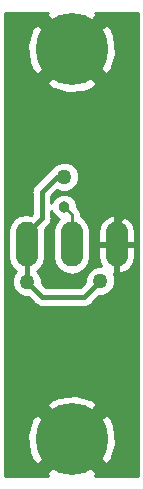
<source format=gbl>
G04 #@! TF.GenerationSoftware,KiCad,Pcbnew,5.0.0-fee4fd1~65~ubuntu17.10.1*
G04 #@! TF.CreationDate,2018-09-18T23:28:09-04:00*
G04 #@! TF.ProjectId,rgb-lamp,7267622D6C616D702E6B696361645F70,rev?*
G04 #@! TF.SameCoordinates,Original*
G04 #@! TF.FileFunction,Copper,L2,Bot,Signal*
G04 #@! TF.FilePolarity,Positive*
%FSLAX46Y46*%
G04 Gerber Fmt 4.6, Leading zero omitted, Abs format (unit mm)*
G04 Created by KiCad (PCBNEW 5.0.0-fee4fd1~65~ubuntu17.10.1) date Tue Sep 18 23:28:09 2018*
%MOMM*%
%LPD*%
G01*
G04 APERTURE LIST*
G04 #@! TA.AperFunction,SMDPad,CuDef*
%ADD10O,1.905000X3.810000*%
G04 #@! TD*
G04 #@! TA.AperFunction,ComponentPad*
%ADD11C,6.096000*%
G04 #@! TD*
G04 #@! TA.AperFunction,ViaPad*
%ADD12C,0.965200*%
G04 #@! TD*
G04 #@! TA.AperFunction,ViaPad*
%ADD13C,1.270000*%
G04 #@! TD*
G04 #@! TA.AperFunction,Conductor*
%ADD14C,0.254000*%
G04 #@! TD*
G04 #@! TA.AperFunction,Conductor*
%ADD15C,0.406400*%
G04 #@! TD*
%ADD16C,0.350000*%
G04 APERTURE END LIST*
D10*
G04 #@! TO.P,J1,1*
G04 #@! TO.N,GND*
X123190000Y-90170000D03*
G04 #@! TO.P,J1,2*
G04 #@! TO.N,Net-(J1-Pad2)*
X119380000Y-90170000D03*
G04 #@! TO.P,J1,3*
G04 #@! TO.N,+5V*
X115570000Y-90170000D03*
G04 #@! TD*
D11*
G04 #@! TO.P,H1,P*
G04 #@! TO.N,GND*
X119380000Y-106680000D03*
G04 #@! TD*
G04 #@! TO.P,H2,P*
G04 #@! TO.N,GND*
X119380000Y-73660000D03*
G04 #@! TD*
D12*
G04 #@! TO.N,Net-(J1-Pad2)*
X118745000Y-86995000D03*
D13*
G04 #@! TO.N,+5V*
X121830000Y-93255000D03*
X115570098Y-93345000D03*
X118745000Y-84455000D03*
G04 #@! TO.N,GND*
X119380000Y-93345000D03*
X114935000Y-86995000D03*
X114935000Y-79375000D03*
X114935000Y-85090000D03*
X114935000Y-83185000D03*
X114935000Y-81280000D03*
X124460000Y-106045000D03*
X124460000Y-104140000D03*
X124460000Y-102235000D03*
X124460000Y-100330000D03*
X124460000Y-98425000D03*
X114300000Y-106045000D03*
X114300000Y-104140000D03*
X114300000Y-102235000D03*
X114300000Y-100330000D03*
X114300000Y-98425000D03*
X118745000Y-79375000D03*
X120015000Y-79375000D03*
X118745000Y-81280000D03*
X120015000Y-81280000D03*
X118745000Y-100965000D03*
X118745000Y-99060000D03*
X118745000Y-97155000D03*
X120015000Y-97155000D03*
X120015000Y-100965000D03*
X120015000Y-99060000D03*
X124460000Y-85090000D03*
X124460000Y-79375000D03*
X124460000Y-81280000D03*
X124460000Y-83185000D03*
X124460000Y-86995000D03*
G04 #@! TD*
D14*
G04 #@! TO.N,Net-(J1-Pad2)*
X119380000Y-90170000D02*
X119380000Y-87630000D01*
X119380000Y-87630000D02*
X118745000Y-86995000D01*
D15*
G04 #@! TO.N,+5V*
X121830000Y-93255000D02*
X120470000Y-94615000D01*
X116840098Y-94615000D02*
X115570098Y-93345000D01*
X120470000Y-94615000D02*
X116840098Y-94615000D01*
X115570000Y-93344902D02*
X115570098Y-93345000D01*
X115570000Y-90170000D02*
X115570000Y-93344902D01*
X115570000Y-89217500D02*
X115570000Y-90170000D01*
X116840000Y-87947500D02*
X115570000Y-89217500D01*
X116840000Y-85725000D02*
X116840000Y-87947500D01*
X118110000Y-84455000D02*
X116840000Y-85725000D01*
X118745000Y-84455000D02*
X118110000Y-84455000D01*
G04 #@! TO.N,GND*
X121431862Y-86995000D02*
X121326176Y-87100686D01*
X114935000Y-85090000D02*
X114935000Y-86995000D01*
X114935000Y-81280000D02*
X114935000Y-79375000D01*
X114935000Y-81280000D02*
X114935000Y-83185000D01*
X124460000Y-104140000D02*
X124460000Y-106045000D01*
X124460000Y-100330000D02*
X124460000Y-102235000D01*
X114300000Y-102235000D02*
X114300000Y-104140000D01*
X114300000Y-98425000D02*
X114300000Y-100330000D01*
X120015000Y-79375000D02*
X118745000Y-79375000D01*
X119380000Y-79375000D02*
X118745000Y-79375000D01*
X124460000Y-81280000D02*
X120015000Y-81280000D01*
X118745000Y-97155000D02*
X118745000Y-99060000D01*
X120015000Y-99060000D02*
X120015000Y-97155000D01*
X120015000Y-99060000D02*
X120015000Y-100965000D01*
X123190000Y-97155000D02*
X124460000Y-98425000D01*
X123190000Y-90170000D02*
X123190000Y-97155000D01*
X124460000Y-85090000D02*
X124460000Y-83185000D01*
X124460000Y-81280000D02*
X124460000Y-79375000D01*
X123190000Y-90170000D02*
X123190000Y-88265000D01*
X123190000Y-88265000D02*
X124460000Y-86995000D01*
G04 #@! TD*
D14*
G04 #@! TO.N,GND*
G36*
X117221666Y-70783246D02*
X119380000Y-72941580D01*
X121538334Y-70783246D01*
X121340683Y-70560000D01*
X125020001Y-70560000D01*
X125020000Y-109780000D01*
X121340683Y-109780000D01*
X121538334Y-109556754D01*
X119380000Y-107398420D01*
X117221666Y-109556754D01*
X117419317Y-109780000D01*
X113740000Y-109780000D01*
X113740000Y-106305399D01*
X115643577Y-106305399D01*
X115784642Y-107763781D01*
X116071349Y-108455953D01*
X116503246Y-108838334D01*
X118661580Y-106680000D01*
X120098420Y-106680000D01*
X122256754Y-108838334D01*
X122688651Y-108455953D01*
X123116423Y-107054601D01*
X122975358Y-105596219D01*
X122688651Y-104904047D01*
X122256754Y-104521666D01*
X120098420Y-106680000D01*
X118661580Y-106680000D01*
X116503246Y-104521666D01*
X116071349Y-104904047D01*
X115643577Y-106305399D01*
X113740000Y-106305399D01*
X113740000Y-103803246D01*
X117221666Y-103803246D01*
X119380000Y-105961580D01*
X121538334Y-103803246D01*
X121155953Y-103371349D01*
X119754601Y-102943577D01*
X118296219Y-103084642D01*
X117604047Y-103371349D01*
X117221666Y-103803246D01*
X113740000Y-103803246D01*
X113740000Y-91278849D01*
X113982500Y-91278849D01*
X114074609Y-91741910D01*
X114425477Y-92267023D01*
X114681173Y-92437874D01*
X114493444Y-92625603D01*
X114300098Y-93092381D01*
X114300098Y-93597619D01*
X114493444Y-94064397D01*
X114850701Y-94421654D01*
X115317479Y-94615000D01*
X115654704Y-94615000D01*
X116189028Y-95149324D01*
X116235790Y-95219308D01*
X116305774Y-95266070D01*
X116305775Y-95266071D01*
X116419343Y-95341955D01*
X116513049Y-95404567D01*
X116757544Y-95453200D01*
X116757548Y-95453200D01*
X116840097Y-95469620D01*
X116922646Y-95453200D01*
X120387451Y-95453200D01*
X120470000Y-95469620D01*
X120552549Y-95453200D01*
X120552554Y-95453200D01*
X120797049Y-95404567D01*
X121074308Y-95219308D01*
X121121072Y-95149321D01*
X121745394Y-94525000D01*
X122082619Y-94525000D01*
X122549397Y-94331654D01*
X122906654Y-93974397D01*
X123100000Y-93507619D01*
X123100000Y-93002381D01*
X122936373Y-92607352D01*
X123063000Y-92545594D01*
X123063000Y-90297000D01*
X123317000Y-90297000D01*
X123317000Y-92545594D01*
X123562980Y-92665563D01*
X123680177Y-92637760D01*
X124222729Y-92334835D01*
X124608058Y-91847343D01*
X124777500Y-91249500D01*
X124777500Y-90297000D01*
X123317000Y-90297000D01*
X123063000Y-90297000D01*
X121602500Y-90297000D01*
X121602500Y-91249500D01*
X121771942Y-91847343D01*
X121880750Y-91985000D01*
X121577381Y-91985000D01*
X121110603Y-92178346D01*
X120753346Y-92535603D01*
X120560000Y-93002381D01*
X120560000Y-93339606D01*
X120122807Y-93776800D01*
X117187292Y-93776800D01*
X116840098Y-93429606D01*
X116840098Y-93092381D01*
X116646752Y-92625603D01*
X116458944Y-92437795D01*
X116714523Y-92267023D01*
X117065391Y-91741911D01*
X117157500Y-91278850D01*
X117157500Y-89061150D01*
X117116726Y-88856167D01*
X117374324Y-88598570D01*
X117444308Y-88551808D01*
X117629567Y-88274549D01*
X117678200Y-88030054D01*
X117678200Y-88030050D01*
X117694620Y-87947501D01*
X117678200Y-87864952D01*
X117678200Y-87339946D01*
X117797545Y-87628070D01*
X118111930Y-87942455D01*
X118308785Y-88023995D01*
X118235478Y-88072977D01*
X117884610Y-88598089D01*
X117792501Y-89061150D01*
X117792500Y-91278849D01*
X117884609Y-91741910D01*
X118235477Y-92267023D01*
X118760589Y-92617891D01*
X119380000Y-92741100D01*
X119999410Y-92617891D01*
X120524523Y-92267023D01*
X120875391Y-91741911D01*
X120967500Y-91278850D01*
X120967500Y-89090500D01*
X121602500Y-89090500D01*
X121602500Y-90043000D01*
X123063000Y-90043000D01*
X123063000Y-87794406D01*
X123317000Y-87794406D01*
X123317000Y-90043000D01*
X124777500Y-90043000D01*
X124777500Y-89090500D01*
X124608058Y-88492657D01*
X124222729Y-88005165D01*
X123680177Y-87702240D01*
X123562980Y-87674437D01*
X123317000Y-87794406D01*
X123063000Y-87794406D01*
X122817020Y-87674437D01*
X122699823Y-87702240D01*
X122157271Y-88005165D01*
X121771942Y-88492657D01*
X121602500Y-89090500D01*
X120967500Y-89090500D01*
X120967500Y-89061150D01*
X120875391Y-88598089D01*
X120524523Y-88072977D01*
X120142000Y-87817384D01*
X120142000Y-87705047D01*
X120156928Y-87630000D01*
X120099878Y-87343192D01*
X120097788Y-87332683D01*
X119929371Y-87080629D01*
X119865749Y-87038118D01*
X119862600Y-87034969D01*
X119862600Y-86772696D01*
X119692455Y-86361930D01*
X119378070Y-86047545D01*
X118967304Y-85877400D01*
X118522696Y-85877400D01*
X118111930Y-86047545D01*
X117797545Y-86361930D01*
X117678200Y-86650054D01*
X117678200Y-86072193D01*
X118162171Y-85588222D01*
X118492381Y-85725000D01*
X118997619Y-85725000D01*
X119464397Y-85531654D01*
X119821654Y-85174397D01*
X120015000Y-84707619D01*
X120015000Y-84202381D01*
X119821654Y-83735603D01*
X119464397Y-83378346D01*
X118997619Y-83185000D01*
X118492381Y-83185000D01*
X118025603Y-83378346D01*
X117668346Y-83735603D01*
X117664677Y-83744461D01*
X117575677Y-83803929D01*
X117575676Y-83803930D01*
X117505692Y-83850692D01*
X117458930Y-83920676D01*
X116305679Y-85073928D01*
X116235692Y-85120692D01*
X116050433Y-85397952D01*
X116001800Y-85642447D01*
X116001800Y-85642451D01*
X115985380Y-85725000D01*
X116001800Y-85807549D01*
X116001801Y-87600305D01*
X115931332Y-87670774D01*
X115570000Y-87598900D01*
X114950590Y-87722109D01*
X114425478Y-88072977D01*
X114074610Y-88598089D01*
X113982501Y-89061150D01*
X113982500Y-91278849D01*
X113740000Y-91278849D01*
X113740000Y-76536754D01*
X117221666Y-76536754D01*
X117604047Y-76968651D01*
X119005399Y-77396423D01*
X120463781Y-77255358D01*
X121155953Y-76968651D01*
X121538334Y-76536754D01*
X119380000Y-74378420D01*
X117221666Y-76536754D01*
X113740000Y-76536754D01*
X113740000Y-73285399D01*
X115643577Y-73285399D01*
X115784642Y-74743781D01*
X116071349Y-75435953D01*
X116503246Y-75818334D01*
X118661580Y-73660000D01*
X120098420Y-73660000D01*
X122256754Y-75818334D01*
X122688651Y-75435953D01*
X123116423Y-74034601D01*
X122975358Y-72576219D01*
X122688651Y-71884047D01*
X122256754Y-71501666D01*
X120098420Y-73660000D01*
X118661580Y-73660000D01*
X116503246Y-71501666D01*
X116071349Y-71884047D01*
X115643577Y-73285399D01*
X113740000Y-73285399D01*
X113740000Y-70560000D01*
X117419317Y-70560000D01*
X117221666Y-70783246D01*
X117221666Y-70783246D01*
G37*
X117221666Y-70783246D02*
X119380000Y-72941580D01*
X121538334Y-70783246D01*
X121340683Y-70560000D01*
X125020001Y-70560000D01*
X125020000Y-109780000D01*
X121340683Y-109780000D01*
X121538334Y-109556754D01*
X119380000Y-107398420D01*
X117221666Y-109556754D01*
X117419317Y-109780000D01*
X113740000Y-109780000D01*
X113740000Y-106305399D01*
X115643577Y-106305399D01*
X115784642Y-107763781D01*
X116071349Y-108455953D01*
X116503246Y-108838334D01*
X118661580Y-106680000D01*
X120098420Y-106680000D01*
X122256754Y-108838334D01*
X122688651Y-108455953D01*
X123116423Y-107054601D01*
X122975358Y-105596219D01*
X122688651Y-104904047D01*
X122256754Y-104521666D01*
X120098420Y-106680000D01*
X118661580Y-106680000D01*
X116503246Y-104521666D01*
X116071349Y-104904047D01*
X115643577Y-106305399D01*
X113740000Y-106305399D01*
X113740000Y-103803246D01*
X117221666Y-103803246D01*
X119380000Y-105961580D01*
X121538334Y-103803246D01*
X121155953Y-103371349D01*
X119754601Y-102943577D01*
X118296219Y-103084642D01*
X117604047Y-103371349D01*
X117221666Y-103803246D01*
X113740000Y-103803246D01*
X113740000Y-91278849D01*
X113982500Y-91278849D01*
X114074609Y-91741910D01*
X114425477Y-92267023D01*
X114681173Y-92437874D01*
X114493444Y-92625603D01*
X114300098Y-93092381D01*
X114300098Y-93597619D01*
X114493444Y-94064397D01*
X114850701Y-94421654D01*
X115317479Y-94615000D01*
X115654704Y-94615000D01*
X116189028Y-95149324D01*
X116235790Y-95219308D01*
X116305774Y-95266070D01*
X116305775Y-95266071D01*
X116419343Y-95341955D01*
X116513049Y-95404567D01*
X116757544Y-95453200D01*
X116757548Y-95453200D01*
X116840097Y-95469620D01*
X116922646Y-95453200D01*
X120387451Y-95453200D01*
X120470000Y-95469620D01*
X120552549Y-95453200D01*
X120552554Y-95453200D01*
X120797049Y-95404567D01*
X121074308Y-95219308D01*
X121121072Y-95149321D01*
X121745394Y-94525000D01*
X122082619Y-94525000D01*
X122549397Y-94331654D01*
X122906654Y-93974397D01*
X123100000Y-93507619D01*
X123100000Y-93002381D01*
X122936373Y-92607352D01*
X123063000Y-92545594D01*
X123063000Y-90297000D01*
X123317000Y-90297000D01*
X123317000Y-92545594D01*
X123562980Y-92665563D01*
X123680177Y-92637760D01*
X124222729Y-92334835D01*
X124608058Y-91847343D01*
X124777500Y-91249500D01*
X124777500Y-90297000D01*
X123317000Y-90297000D01*
X123063000Y-90297000D01*
X121602500Y-90297000D01*
X121602500Y-91249500D01*
X121771942Y-91847343D01*
X121880750Y-91985000D01*
X121577381Y-91985000D01*
X121110603Y-92178346D01*
X120753346Y-92535603D01*
X120560000Y-93002381D01*
X120560000Y-93339606D01*
X120122807Y-93776800D01*
X117187292Y-93776800D01*
X116840098Y-93429606D01*
X116840098Y-93092381D01*
X116646752Y-92625603D01*
X116458944Y-92437795D01*
X116714523Y-92267023D01*
X117065391Y-91741911D01*
X117157500Y-91278850D01*
X117157500Y-89061150D01*
X117116726Y-88856167D01*
X117374324Y-88598570D01*
X117444308Y-88551808D01*
X117629567Y-88274549D01*
X117678200Y-88030054D01*
X117678200Y-88030050D01*
X117694620Y-87947501D01*
X117678200Y-87864952D01*
X117678200Y-87339946D01*
X117797545Y-87628070D01*
X118111930Y-87942455D01*
X118308785Y-88023995D01*
X118235478Y-88072977D01*
X117884610Y-88598089D01*
X117792501Y-89061150D01*
X117792500Y-91278849D01*
X117884609Y-91741910D01*
X118235477Y-92267023D01*
X118760589Y-92617891D01*
X119380000Y-92741100D01*
X119999410Y-92617891D01*
X120524523Y-92267023D01*
X120875391Y-91741911D01*
X120967500Y-91278850D01*
X120967500Y-89090500D01*
X121602500Y-89090500D01*
X121602500Y-90043000D01*
X123063000Y-90043000D01*
X123063000Y-87794406D01*
X123317000Y-87794406D01*
X123317000Y-90043000D01*
X124777500Y-90043000D01*
X124777500Y-89090500D01*
X124608058Y-88492657D01*
X124222729Y-88005165D01*
X123680177Y-87702240D01*
X123562980Y-87674437D01*
X123317000Y-87794406D01*
X123063000Y-87794406D01*
X122817020Y-87674437D01*
X122699823Y-87702240D01*
X122157271Y-88005165D01*
X121771942Y-88492657D01*
X121602500Y-89090500D01*
X120967500Y-89090500D01*
X120967500Y-89061150D01*
X120875391Y-88598089D01*
X120524523Y-88072977D01*
X120142000Y-87817384D01*
X120142000Y-87705047D01*
X120156928Y-87630000D01*
X120099878Y-87343192D01*
X120097788Y-87332683D01*
X119929371Y-87080629D01*
X119865749Y-87038118D01*
X119862600Y-87034969D01*
X119862600Y-86772696D01*
X119692455Y-86361930D01*
X119378070Y-86047545D01*
X118967304Y-85877400D01*
X118522696Y-85877400D01*
X118111930Y-86047545D01*
X117797545Y-86361930D01*
X117678200Y-86650054D01*
X117678200Y-86072193D01*
X118162171Y-85588222D01*
X118492381Y-85725000D01*
X118997619Y-85725000D01*
X119464397Y-85531654D01*
X119821654Y-85174397D01*
X120015000Y-84707619D01*
X120015000Y-84202381D01*
X119821654Y-83735603D01*
X119464397Y-83378346D01*
X118997619Y-83185000D01*
X118492381Y-83185000D01*
X118025603Y-83378346D01*
X117668346Y-83735603D01*
X117664677Y-83744461D01*
X117575677Y-83803929D01*
X117575676Y-83803930D01*
X117505692Y-83850692D01*
X117458930Y-83920676D01*
X116305679Y-85073928D01*
X116235692Y-85120692D01*
X116050433Y-85397952D01*
X116001800Y-85642447D01*
X116001800Y-85642451D01*
X115985380Y-85725000D01*
X116001800Y-85807549D01*
X116001801Y-87600305D01*
X115931332Y-87670774D01*
X115570000Y-87598900D01*
X114950590Y-87722109D01*
X114425478Y-88072977D01*
X114074610Y-88598089D01*
X113982501Y-89061150D01*
X113982500Y-91278849D01*
X113740000Y-91278849D01*
X113740000Y-76536754D01*
X117221666Y-76536754D01*
X117604047Y-76968651D01*
X119005399Y-77396423D01*
X120463781Y-77255358D01*
X121155953Y-76968651D01*
X121538334Y-76536754D01*
X119380000Y-74378420D01*
X117221666Y-76536754D01*
X113740000Y-76536754D01*
X113740000Y-73285399D01*
X115643577Y-73285399D01*
X115784642Y-74743781D01*
X116071349Y-75435953D01*
X116503246Y-75818334D01*
X118661580Y-73660000D01*
X120098420Y-73660000D01*
X122256754Y-75818334D01*
X122688651Y-75435953D01*
X123116423Y-74034601D01*
X122975358Y-72576219D01*
X122688651Y-71884047D01*
X122256754Y-71501666D01*
X120098420Y-73660000D01*
X118661580Y-73660000D01*
X116503246Y-71501666D01*
X116071349Y-71884047D01*
X115643577Y-73285399D01*
X113740000Y-73285399D01*
X113740000Y-70560000D01*
X117419317Y-70560000D01*
X117221666Y-70783246D01*
G04 #@! TD*
D16*
X118745000Y-86995000D03*
X121830000Y-93255000D03*
X115570098Y-93345000D03*
X118745000Y-84455000D03*
X119380000Y-93345000D03*
X114935000Y-86995000D03*
X114935000Y-79375000D03*
X114935000Y-85090000D03*
X114935000Y-83185000D03*
X114935000Y-81280000D03*
X124460000Y-106045000D03*
X124460000Y-104140000D03*
X124460000Y-102235000D03*
X124460000Y-100330000D03*
X124460000Y-98425000D03*
X114300000Y-106045000D03*
X114300000Y-104140000D03*
X114300000Y-102235000D03*
X114300000Y-100330000D03*
X114300000Y-98425000D03*
X118745000Y-79375000D03*
X120015000Y-79375000D03*
X118745000Y-81280000D03*
X120015000Y-81280000D03*
X118745000Y-100965000D03*
X118745000Y-99060000D03*
X118745000Y-97155000D03*
X120015000Y-97155000D03*
X120015000Y-100965000D03*
X120015000Y-99060000D03*
X124460000Y-85090000D03*
X124460000Y-79375000D03*
X124460000Y-81280000D03*
X124460000Y-83185000D03*
X124460000Y-86995000D03*
X119380000Y-106680000D03*
X119380000Y-73660000D03*
M02*

</source>
